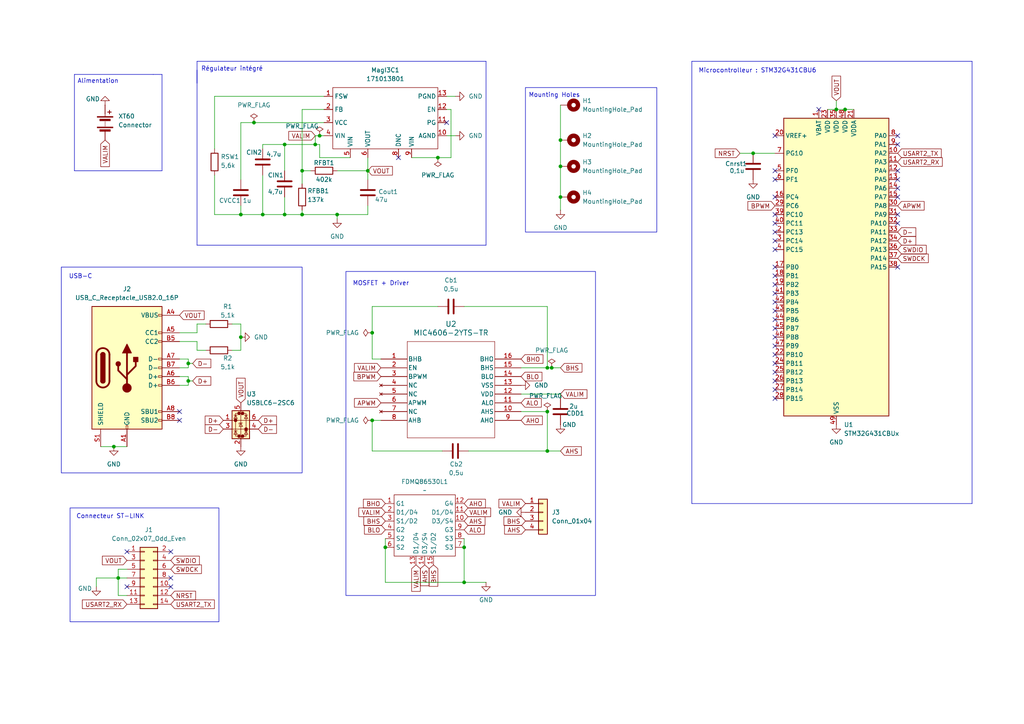
<source format=kicad_sch>
(kicad_sch (version 20231120) (generator "eeschema") (generator_version "8.0")
  (paper "A4")
  (title_block (title "Exo_Kicad") (date "2025-01-30") (rev "1.0") (company "ENSEA"))
  (lib_symbols
    (symbol "Connector:USB_C_Receptacle_USB2.0_16P" (pin_names (offset 1.016))
      (property "Reference" "J" (at 0 22.225 0))
      (property "Value" "USB_C_Receptacle_USB2.0_16P" (at 0 19.685 0))
      (symbol "USB_C_Receptacle_USB2.0_16P_0_0"
        (rectangle (start -0.254 -17.78) (end 0.254 -16.764))
        (rectangle (start 10.16 -14.986) (end 9.144 -15.494))
        (rectangle (start 10.16 -12.446) (end 9.144 -12.954))
        (rectangle (start 10.16 -4.826) (end 9.144 -5.334))
        (rectangle (start 10.16 -2.286) (end 9.144 -2.794))
        (rectangle (start 10.16 0.254) (end 9.144 -0.254))
        (rectangle (start 10.16 2.794) (end 9.144 2.286))
        (rectangle (start 10.16 7.874) (end 9.144 7.366))
        (rectangle (start 10.16 10.414) (end 9.144 9.906))
        (rectangle (start 10.16 15.494) (end 9.144 14.986))
      )
      (symbol "USB_C_Receptacle_USB2.0_16P_0_1"
        (rectangle (start -10.16 17.78) (end 10.16 -17.78) (stroke (width 0.254)) (fill (type background)))
        (arc (start -8.89 -3.81) (mid -6.985 -5.7067) (end -5.08 -3.81) (stroke (width 0.508)))
        (arc (start -7.62 -3.81) (mid -6.985 -4.4423) (end -6.35 -3.81) (stroke (width 0.254)))
        (arc (start -7.62 -3.81) (mid -6.985 -4.4423) (end -6.35 -3.81) (stroke (width 0.254)) (fill (type outline)))
        (rectangle (start -7.62 -3.81) (end -6.35 3.81) (stroke (width 0.254)) (fill (type outline)))
        (arc (start -6.35 3.81) (mid -6.985 4.4423) (end -7.62 3.81) (stroke (width 0.254)))
        (arc (start -6.35 3.81) (mid -6.985 4.4423) (end -7.62 3.81) (stroke (width 0.254)) (fill (type outline)))
        (arc (start -5.08 3.81) (mid -6.985 5.7067) (end -8.89 3.81) (stroke (width 0.508)))
        (circle (center -2.54 1.143) (radius 0.635) (stroke (width 0.254)) (fill (type outline)))
        (circle (center 0 -5.842) (radius 1.27) (fill (type outline)))
        (polyline (pts (xy -8.89 -3.81) (xy -8.89 3.81)) (stroke (width 0.508)))
        (polyline (pts (xy -5.08 3.81) (xy -5.08 -3.81)) (stroke (width 0.508)))
        (polyline (pts (xy 0 -5.842) (xy 0 4.318)) (stroke (width 0.508)))
        (polyline (pts (xy 0 -3.302) (xy -2.54 -0.762) (xy -2.54 0.508)) (stroke (width 0.508)))
        (polyline (pts (xy 0 -2.032) (xy 2.54 0.508) (xy 2.54 1.778)) (stroke (width 0.508)))
        (polyline (pts (xy -1.27 4.318) (xy 0 6.858) (xy 1.27 4.318) (xy -1.27 4.318)) (stroke (width 0.254)) (fill (type outline)))
        (rectangle (start 1.905 1.778) (end 3.175 3.048) (stroke (width 0.254)) (fill (type outline)))
      )
      (symbol "USB_C_Receptacle_USB2.0_16P_1_1"
        (pin passive line (at 0 -22.86 90) (length 5.08) (name "GND") (number "A1"))
        (pin passive line (at 0 -22.86 90) (length 5.08) hide (name "GND") (number "A12"))
        (pin passive line (at 15.24 15.24 180) (length 5.08) (name "VBUS") (number "A4"))
        (pin bidirectional line (at 15.24 10.16 180) (length 5.08) (name "CC1") (number "A5"))
        (pin bidirectional line (at 15.24 -2.54 180) (length 5.08) (name "D+") (number "A6"))
        (pin bidirectional line (at 15.24 2.54 180) (length 5.08) (name "D-") (number "A7"))
        (pin bidirectional line (at 15.24 -12.7 180) (length 5.08) (name "SBU1") (number "A8"))
        (pin passive line (at 15.24 15.24 180) (length 5.08) hide (name "VBUS") (number "A9"))
        (pin passive line (at 0 -22.86 90) (length 5.08) hide (name "GND") (number "B1"))
        (pin passive line (at 0 -22.86 90) (length 5.08) hide (name "GND") (number "B12"))
        (pin passive line (at 15.24 15.24 180) (length 5.08) hide (name "VBUS") (number "B4"))
        (pin bidirectional line (at 15.24 7.62 180) (length 5.08) (name "CC2") (number "B5"))
        (pin bidirectional line (at 15.24 -5.08 180) (length 5.08) (name "D+") (number "B6"))
        (pin bidirectional line (at 15.24 0 180) (length 5.08) (name "D-") (number "B7"))
        (pin bidirectional line (at 15.24 -15.24 180) (length 5.08) (name "SBU2") (number "B8"))
        (pin passive line (at 15.24 15.24 180) (length 5.08) hide (name "VBUS") (number "B9"))
        (pin passive line (at -7.62 -22.86 90) (length 5.08) (name "SHIELD") (number "S1"))
      )
    )
    (symbol "Connector_Generic:Conn_01x04" (pin_names (offset 1.016) hide)
      (property "Reference" "J" (at 0 5.08 0))
      (property "Value" "Conn_01x04" (at 0 -7.62 0))
      (symbol "Conn_01x04_1_1"
        (rectangle (start -1.27 -4.953) (end 0 -5.207) (stroke (width 0.1524)))
        (rectangle (start -1.27 -2.413) (end 0 -2.667) (stroke (width 0.1524)))
        (rectangle (start -1.27 0.127) (end 0 -0.127) (stroke (width 0.1524)))
        (rectangle (start -1.27 2.667) (end 0 2.413) (stroke (width 0.1524)))
        (rectangle (start -1.27 3.81) (end 1.27 -6.35) (stroke (width 0.254)) (fill (type background)))
        (pin passive line (at -5.08 2.54 0) (length 3.81) (name "Pin_1") (number "1"))
        (pin passive line (at -5.08 0 0) (length 3.81) (name "Pin_2") (number "2"))
        (pin passive line (at -5.08 -2.54 0) (length 3.81) (name "Pin_3") (number "3"))
        (pin passive line (at -5.08 -5.08 0) (length 3.81) (name "Pin_4") (number "4"))
      )
    )
    (symbol "Connector_Generic:Conn_02x07_Odd_Even" (pin_names (offset 1.016) hide)
      (property "Reference" "J" (at 1.27 10.16 0))
      (property "Value" "Conn_02x07_Odd_Even" (at 1.27 -10.16 0))
      (symbol "Conn_02x07_Odd_Even_1_1"
        (rectangle (start -1.27 -7.493) (end 0 -7.747) (stroke (width 0.1524)))
        (rectangle (start -1.27 -4.953) (end 0 -5.207) (stroke (width 0.1524)))
        (rectangle (start -1.27 -2.413) (end 0 -2.667) (stroke (width 0.1524)))
        (rectangle (start -1.27 0.127) (end 0 -0.127) (stroke (width 0.1524)))
        (rectangle (start -1.27 2.667) (end 0 2.413) (stroke (width 0.1524)))
        (rectangle (start -1.27 5.207) (end 0 4.953) (stroke (width 0.1524)))
        (rectangle (start -1.27 7.747) (end 0 7.493) (stroke (width 0.1524)))
        (rectangle (start -1.27 8.89) (end 3.81 -8.89) (stroke (width 0.254)) (fill (type background)))
        (rectangle (start 3.81 -7.493) (end 2.54 -7.747) (stroke (width 0.1524)))
        (rectangle (start 3.81 -4.953) (end 2.54 -5.207) (stroke (width 0.1524)))
        (rectangle (start 3.81 -2.413) (end 2.54 -2.667) (stroke (width 0.1524)))
        (rectangle (start 3.81 0.127) (end 2.54 -0.127) (stroke (width 0.1524)))
        (rectangle (start 3.81 2.667) (end 2.54 2.413) (stroke (width 0.1524)))
        (rectangle (start 3.81 5.207) (end 2.54 4.953) (stroke (width 0.1524)))
        (rectangle (start 3.81 7.747) (end 2.54 7.493) (stroke (width 0.1524)))
        (pin passive line (at -5.08 7.62 0) (length 3.81) (name "Pin_1") (number "1"))
        (pin passive line (at 7.62 -2.54 180) (length 3.81) (name "Pin_10") (number "10"))
        (pin passive line (at -5.08 -5.08 0) (length 3.81) (name "Pin_11") (number "11"))
        (pin passive line (at 7.62 -5.08 180) (length 3.81) (name "Pin_12") (number "12"))
        (pin passive line (at -5.08 -7.62 0) (length 3.81) (name "Pin_13") (number "13"))
        (pin passive line (at 7.62 -7.62 180) (length 3.81) (name "Pin_14") (number "14"))
        (pin passive line (at 7.62 7.62 180) (length 3.81) (name "Pin_2") (number "2"))
        (pin passive line (at -5.08 5.08 0) (length 3.81) (name "Pin_3") (number "3"))
        (pin passive line (at 7.62 5.08 180) (length 3.81) (name "Pin_4") (number "4"))
        (pin passive line (at -5.08 2.54 0) (length 3.81) (name "Pin_5") (number "5"))
        (pin passive line (at 7.62 2.54 180) (length 3.81) (name "Pin_6") (number "6"))
        (pin passive line (at -5.08 0 0) (length 3.81) (name "Pin_7") (number "7"))
        (pin passive line (at 7.62 0 180) (length 3.81) (name "Pin_8") (number "8"))
        (pin passive line (at -5.08 -2.54 0) (length 3.81) (name "Pin_9") (number "9"))
      )
    )
    (symbol "Device:Battery" (pin_numbers hide) (pin_names (offset 0) hide)
      (property "Reference" "BT" (at 2.54 2.54 0))
      (property "Value" "Battery" (at 2.54 0 0))
      (symbol "Battery_0_1"
        (rectangle (start -2.286 -1.27) (end 2.286 -1.524) (fill (type outline)))
        (rectangle (start -2.286 1.778) (end 2.286 1.524) (fill (type outline)))
        (rectangle (start -1.524 -2.032) (end 1.524 -2.54) (fill (type outline)))
        (rectangle (start -1.524 1.016) (end 1.524 0.508) (fill (type outline)))
        (polyline (pts (xy 0 -1.016) (xy 0 -0.762)))
        (polyline (pts (xy 0 -0.508) (xy 0 -0.254)))
        (polyline (pts (xy 0 0) (xy 0 0.254)))
        (polyline (pts (xy 0 1.778) (xy 0 2.54)))
        (polyline (pts (xy 0.762 3.048) (xy 1.778 3.048)) (stroke (width 0.254)))
        (polyline (pts (xy 1.27 3.556) (xy 1.27 2.54)) (stroke (width 0.254)))
      )
      (symbol "Battery_1_1"
        (pin passive line (at 0 5.08 270) (length 2.54) (name "+") (number "1"))
        (pin passive line (at 0 -5.08 90) (length 2.54) (name "-") (number "2"))
      )
    )
    (symbol "Device:C" (pin_numbers hide) (pin_names (offset 0.254))
      (property "Reference" "C" (at 0.635 2.54 0))
      (property "Value" "C" (at 0.635 -2.54 0))
      (symbol "C_0_1"
        (polyline (pts (xy -2.032 -0.762) (xy 2.032 -0.762)) (stroke (width 0.508)))
        (polyline (pts (xy -2.032 0.762) (xy 2.032 0.762)) (stroke (width 0.508)))
      )
      (symbol "C_1_1"
        (pin passive line (at 0 3.81 270) (length 2.794) (name "~") (number "1"))
        (pin passive line (at 0 -3.81 90) (length 2.794) (name "~") (number "2"))
      )
    )
    (symbol "Device:R" (pin_numbers hide) (pin_names (offset 0))
      (property "Reference" "R" (at 2.032 0 90))
      (property "Value" "R" (at 0 0 90))
      (symbol "R_0_1"
        (rectangle (start -1.016 -2.54) (end 1.016 2.54) (stroke (width 0.254)))
      )
      (symbol "R_1_1"
        (pin passive line (at 0 3.81 270) (length 1.27) (name "~") (number "1"))
        (pin passive line (at 0 -3.81 90) (length 1.27) (name "~") (number "2"))
      )
    )
    (symbol "FDMQ86530L:FDMQ86530L"
      (property "Reference" "U" (at 0 12.7 0))
      (symbol "FDMQ86530L_0_1"
        (rectangle (start -8.89 10.16) (end 8.89 -7.62))
      )
      (symbol "FDMQ86530L_1_1"
        (pin unspecified line (at -11.43 7.62 0) (length 2.54) (name "G1") (number "1"))
        (pin unspecified line (at 11.43 2.54 180) (length 2.54) (name "D3/S4") (number "10"))
        (pin unspecified line (at 11.43 5.08 180) (length 2.54) (name "D1/D4") (number "11"))
        (pin unspecified line (at 11.43 7.62 180) (length 2.54) (name "G4") (number "12"))
        (pin unspecified line (at -2.54 -10.16 90) (length 2.54) (name "D1/D4") (number "13"))
        (pin unspecified line (at 0 -10.16 90) (length 2.54) (name "D3/S4") (number "14"))
        (pin unspecified line (at 2.54 -10.16 90) (length 2.54) (name "S1/D2") (number "15"))
        (pin unspecified line (at -11.43 5.08 0) (length 2.54) (name "D1/D4") (number "2"))
        (pin unspecified line (at -11.43 2.54 0) (length 2.54) (name "S1/D2") (number "3"))
        (pin unspecified line (at -11.43 0 0) (length 2.54) (name "G2") (number "4"))
        (pin unspecified line (at -11.43 -2.54 0) (length 2.54) (name "S2") (number "5"))
        (pin unspecified line (at -11.43 -5.08 0) (length 2.54) (name "S2") (number "6"))
        (pin unspecified line (at 11.43 -5.08 180) (length 2.54) (name "S3") (number "7"))
        (pin unspecified line (at 11.43 -2.54 180) (length 2.54) (name "S3") (number "8"))
        (pin unspecified line (at 11.43 0 180) (length 2.54) (name "G3") (number "9"))
      )
    )
    (symbol "MCU_ST_STM32G4:STM32G431CBUx"
      (property "Reference" "U" (at -15.24 44.45 0))
      (property "Value" "STM32G431CBUx" (at 7.62 44.45 0))
      (symbol "STM32G431CBUx_0_1"
        (rectangle (start -15.24 -43.18) (end 15.24 43.18) (stroke (width 0.254)) (fill (type background)))
      )
      (symbol "STM32G431CBUx_1_1"
        (pin power_in line (at -5.08 45.72 270) (length 2.54) (name "VBAT") (number "1"))
        (pin bidirectional line (at 17.78 33.02 180) (length 2.54) (name "PA2") (number "10"))
        (pin bidirectional line (at 17.78 30.48 180) (length 2.54) (name "PA3") (number "11"))
        (pin bidirectional line (at 17.78 27.94 180) (length 2.54) (name "PA4") (number "12"))
        (pin bidirectional line (at 17.78 25.4 180) (length 2.54) (name "PA5") (number "13"))
        (pin bidirectional line (at 17.78 22.86 180) (length 2.54) (name "PA6") (number "14"))
        (pin bidirectional line (at 17.78 20.32 180) (length 2.54) (name "PA7") (number "15"))
        (pin bidirectional line (at -17.78 20.32 0) (length 2.54) (name "PC4") (number "16"))
        (pin bidirectional line (at -17.78 0 0) (length 2.54) (name "PB0") (number "17"))
        (pin bidirectional line (at -17.78 -2.54 0) (length 2.54) (name "PB1") (number "18"))
        (pin bidirectional line (at -17.78 -5.08 0) (length 2.54) (name "PB2") (number "19"))
        (pin bidirectional line (at -17.78 10.16 0) (length 2.54) (name "PC13") (number "2"))
        (pin input line (at -17.78 38.1 0) (length 2.54) (name "VREF+") (number "20"))
        (pin power_in line (at 5.08 45.72 270) (length 2.54) (name "VDDA") (number "21"))
        (pin bidirectional line (at -17.78 -25.4 0) (length 2.54) (name "PB10") (number "22"))
        (pin power_in line (at -2.54 45.72 270) (length 2.54) (name "VDD") (number "23"))
        (pin bidirectional line (at -17.78 -27.94 0) (length 2.54) (name "PB11") (number "24"))
        (pin bidirectional line (at -17.78 -30.48 0) (length 2.54) (name "PB12") (number "25"))
        (pin bidirectional line (at -17.78 -33.02 0) (length 2.54) (name "PB13") (number "26"))
        (pin bidirectional line (at -17.78 -35.56 0) (length 2.54) (name "PB14") (number "27"))
        (pin bidirectional line (at -17.78 -38.1 0) (length 2.54) (name "PB15") (number "28"))
        (pin bidirectional line (at -17.78 17.78 0) (length 2.54) (name "PC6") (number "29"))
        (pin bidirectional line (at -17.78 7.62 0) (length 2.54) (name "PC14") (number "3"))
        (pin bidirectional line (at 17.78 17.78 180) (length 2.54) (name "PA8") (number "30"))
        (pin bidirectional line (at 17.78 15.24 180) (length 2.54) (name "PA9") (number "31"))
        (pin bidirectional line (at 17.78 12.7 180) (length 2.54) (name "PA10") (number "32"))
        (pin bidirectional line (at 17.78 10.16 180) (length 2.54) (name "PA11") (number "33"))
        (pin bidirectional line (at 17.78 7.62 180) (length 2.54) (name "PA12") (number "34"))
        (pin power_in line (at 0 45.72 270) (length 2.54) (name "VDD") (number "35"))
        (pin bidirectional line (at 17.78 5.08 180) (length 2.54) (name "PA13") (number "36"))
        (pin bidirectional line (at 17.78 2.54 180) (length 2.54) (name "PA14") (number "37"))
        (pin bidirectional line (at 17.78 0 180) (length 2.54) (name "PA15") (number "38"))
        (pin bidirectional line (at -17.78 15.24 0) (length 2.54) (name "PC10") (number "39"))
        (pin bidirectional line (at -17.78 5.08 0) (length 2.54) (name "PC15") (number "4"))
        (pin bidirectional line (at -17.78 12.7 0) (length 2.54) (name "PC11") (number "40"))
        (pin bidirectional line (at -17.78 -7.62 0) (length 2.54) (name "PB3") (number "41"))
        (pin bidirectional line (at -17.78 -10.16 0) (length 2.54) (name "PB4") (number "42"))
        (pin bidirectional line (at -17.78 -12.7 0) (length 2.54) (name "PB5") (number "43"))
        (pin bidirectional line (at -17.78 -15.24 0) (length 2.54) (name "PB6") (number "44"))
        (pin bidirectional line (at -17.78 -17.78 0) (length 2.54) (name "PB7") (number "45"))
        (pin bidirectional line (at -17.78 -20.32 0) (length 2.54) (name "PB8") (number "46"))
        (pin bidirectional line (at -17.78 -22.86 0) (length 2.54) (name "PB9") (number "47"))
        (pin power_in line (at 2.54 45.72 270) (length 2.54) (name "VDD") (number "48"))
        (pin power_in line (at 0 -45.72 90) (length 2.54) (name "VSS") (number "49"))
        (pin bidirectional line (at -17.78 27.94 0) (length 2.54) (name "PF0") (number "5"))
        (pin bidirectional line (at -17.78 25.4 0) (length 2.54) (name "PF1") (number "6"))
        (pin bidirectional line (at -17.78 33.02 0) (length 2.54) (name "PG10") (number "7"))
        (pin bidirectional line (at 17.78 38.1 180) (length 2.54) (name "PA0") (number "8"))
        (pin bidirectional line (at 17.78 35.56 180) (length 2.54) (name "PA1") (number "9"))
      )
    )
    (symbol "MIC4606-2YTS-TR:MIC4606-2YTS-TR" (pin_names (offset 0.254))
      (property "Reference" "U" (at 20.32 10.16 0))
      (property "Value" "MIC4606-2YTS-TR" (at 20.32 7.62 0))
      (symbol "MIC4606-2YTS-TR_0_1"
        (polyline (pts (xy 7.62 -22.86) (xy 33.02 -22.86)) (stroke (width 0.127)))
        (polyline (pts (xy 7.62 5.08) (xy 7.62 -22.86)) (stroke (width 0.127)))
        (polyline (pts (xy 33.02 -22.86) (xy 33.02 5.08)) (stroke (width 0.127)))
        (polyline (pts (xy 33.02 5.08) (xy 7.62 5.08)) (stroke (width 0.127)))
        (pin power_in line (at 0 0 0) (length 7.62) (name "BHB") (number "1"))
        (pin power_in line (at 40.64 -15.24 180) (length 7.62) (name "AHS") (number "10"))
        (pin output line (at 40.64 -12.7 180) (length 7.62) (name "ALO") (number "11"))
        (pin power_in line (at 40.64 -10.16 180) (length 7.62) (name "VDD") (number "12"))
        (pin power_out line (at 40.64 -7.62 180) (length 7.62) (name "VSS") (number "13"))
        (pin output line (at 40.64 -5.08 180) (length 7.62) (name "BLO") (number "14"))
        (pin power_in line (at 40.64 -2.54 180) (length 7.62) (name "BHS") (number "15"))
        (pin output line (at 40.64 0 180) (length 7.62) (name "BHO") (number "16"))
        (pin input line (at 0 -2.54 0) (length 7.62) (name "EN") (number "2"))
        (pin input line (at 0 -5.08 0) (length 7.62) (name "BPWM") (number "3"))
        (pin no_connect line (at 0 -7.62 0) (length 7.62) (name "NC") (number "4"))
        (pin no_connect line (at 0 -10.16 0) (length 7.62) (name "NC") (number "5"))
        (pin input line (at 0 -12.7 0) (length 7.62) (name "APWM") (number "6"))
        (pin no_connect line (at 0 -15.24 0) (length 7.62) (name "NC") (number "7"))
        (pin power_in line (at 0 -17.78 0) (length 7.62) (name "AHB") (number "8"))
        (pin output line (at 40.64 -17.78 180) (length 7.62) (name "AHO") (number "9"))
      )
    )
    (symbol "MagI3C:171013801"
      (property "Reference" "MagI3C" (at -10.922 10.414 0))
      (property "Value" "171013801" (at 16.256 12.192 0))
      (symbol "171013801_0_1"
        (rectangle (start -15.24 8.89) (end 15.24 -8.89))
      )
      (symbol "171013801_1_1"
        (pin input line (at -17.78 6.35 0) (length 2.54) (name "FSW") (number "1"))
        (pin power_in line (at 17.78 -5.08 180) (length 2.54) (name "AGND") (number "10"))
        (pin output line (at 17.78 -1.27 180) (length 2.54) (name "PG") (number "11"))
        (pin input line (at 17.78 2.54 180) (length 2.54) (name "EN") (number "12"))
        (pin power_in line (at 17.78 6.35 180) (length 2.54) (name "PGND") (number "13"))
        (pin input line (at -17.78 2.54 0) (length 2.54) (name "FB") (number "2"))
        (pin power_in line (at -17.78 -1.27 0) (length 2.54) (name "VCC") (number "3"))
        (pin power_in line (at -17.78 -5.08 0) (length 2.54) (name "VIN") (number "4"))
        (pin power_in line (at -10.16 -11.43 90) (length 2.54) (name "VIN") (number "5"))
        (pin power_out line (at -5.08 -11.43 90) (length 2.54) (name "VOUT") (number "6"))
        (pin power_out line (at -5.08 -11.43 90) (length 2.54) hide (name "VOUT") (number "7"))
        (pin unspecified line (at 3.81 -11.43 90) (length 2.54) (name "DNC") (number "8"))
        (pin power_in line (at 7.62 -11.43 90) (length 2.54) (name "VIN") (number "9"))
      )
    )
    (symbol "Mechanical:MountingHole_Pad" (pin_numbers hide) (pin_names (offset 1.016) hide) (exclude_from_sim yes) (in_bom no)
      (property "Reference" "H" (at 0 6.35 0))
      (property "Value" "MountingHole_Pad" (at 0 4.445 0))
      (symbol "MountingHole_Pad_0_1"
        (circle (center 0 1.27) (radius 1.27) (stroke (width 1.27)))
      )
      (symbol "MountingHole_Pad_1_1"
        (pin input line (at 0 -2.54 90) (length 2.54) (name "1") (number "1"))
      )
    )
    (symbol "Power_Protection:USBLC6-2SC6" (pin_names hide)
      (property "Reference" "U" (at 0.635 5.715 0))
      (property "Value" "USBLC6-2SC6" (at 0.635 3.81 0))
      (symbol "USBLC6-2SC6_0_0"
        (circle (center -1.524 0) (radius 0.0001) (stroke (width 0.508)))
        (circle (center -0.508 -4.572) (radius 0.0001) (stroke (width 0.508)))
        (circle (center -0.508 2.032) (radius 0.0001) (stroke (width 0.508)))
        (circle (center 0.508 -4.572) (radius 0.0001) (stroke (width 0.508)))
        (circle (center 0.508 2.032) (radius 0.0001) (stroke (width 0.508)))
        (circle (center 1.524 -2.54) (radius 0.0001) (stroke (width 0.508)))
      )
      (symbol "USBLC6-2SC6_0_1"
        (polyline (pts (xy -2.54 -2.54) (xy 2.54 -2.54)))
        (polyline (pts (xy -2.54 0) (xy 2.54 0)))
        (polyline (pts (xy -2.032 -3.048) (xy -1.016 -3.048)))
        (polyline (pts (xy -1.016 1.524) (xy -2.032 1.524)))
        (polyline (pts (xy 1.016 -3.048) (xy 2.032 -3.048)))
        (polyline (pts (xy 1.016 1.524) (xy 2.032 1.524)))
        (polyline (pts (xy -0.508 -1.143) (xy -0.508 -0.762) (xy 0.508 -0.762)))
        (polyline (pts (xy -2.032 0.508) (xy -1.016 0.508) (xy -1.524 1.524) (xy -2.032 0.508)))
        (polyline (pts (xy -1.016 -4.064) (xy -2.032 -4.064) (xy -1.524 -3.048) (xy -1.016 -4.064)))
        (polyline (pts (xy 0.508 -1.778) (xy -0.508 -1.778) (xy 0 -0.762) (xy 0.508 -1.778)))
        (polyline (pts (xy 2.032 -4.064) (xy 1.016 -4.064) (xy 1.524 -3.048) (xy 2.032 -4.064)))
        (polyline (pts (xy 2.032 0.508) (xy 1.016 0.508) (xy 1.524 1.524) (xy 2.032 0.508)))
        (polyline (pts (xy 0 2.54) (xy -0.508 2.032) (xy 0.508 2.032) (xy 0 1.524) (xy 0 -4.064) (xy -0.508 -4.572) (xy 0.508 -4.572) (xy 0 -5.08)))
      )
      (symbol "USBLC6-2SC6_1_1"
        (rectangle (start -2.54 2.794) (end 2.54 -5.334) (stroke (width 0.254)) (fill (type background)))
        (polyline (pts (xy -0.508 2.032) (xy -1.524 2.032) (xy -1.524 -4.572) (xy -0.508 -4.572)))
        (polyline (pts (xy 0.508 -4.572) (xy 1.524 -4.572) (xy 1.524 2.032) (xy 0.508 2.032)))
        (pin passive line (at -5.08 0 0) (length 2.54) (name "I/O1") (number "1"))
        (pin passive line (at 0 -7.62 90) (length 2.54) (name "GND") (number "2"))
        (pin passive line (at -5.08 -2.54 0) (length 2.54) (name "I/O2") (number "3"))
        (pin passive line (at 5.08 -2.54 180) (length 2.54) (name "I/O2") (number "4"))
        (pin passive line (at 0 5.08 270) (length 2.54) (name "VBUS") (number "5"))
        (pin passive line (at 5.08 0 180) (length 2.54) (name "I/O1") (number "6"))
      )
    )
    (symbol "power:GND" (power) (pin_numbers hide) (pin_names (offset 0) hide)
      (property "Value" "GND" (at 0 -3.81 0))
      (symbol "GND_0_1"
        (polyline (pts (xy 0 0) (xy 0 -1.27) (xy 1.27 -1.27) (xy 0 -2.54) (xy -1.27 -1.27) (xy 0 -1.27)))
      )
      (symbol "GND_1_1"
        (pin power_in line (at 0 0 270) (length 0) (name "~") (number "1"))
      )
    )
    (symbol "power:PWR_FLAG" (power) (pin_numbers hide) (pin_names (offset 0) hide)
      (property "Value" "PWR_FLAG" (at 0 3.81 0))
      (symbol "PWR_FLAG_0_0"
        (pin power_out line (at 0 0 90) (length 0) (name "~") (number "1"))
      )
      (symbol "PWR_FLAG_0_1"
        (polyline (pts (xy 0 0) (xy 0 1.27) (xy -1.016 1.905) (xy 0 2.54) (xy 1.016 1.905) (xy 0 1.27)))
      )
    )
  )
  (junction (at 134.62 168.91))
  (junction (at 33.02 129.54))
  (junction (at 87.63 49.53))
  (junction (at 127 45.72))
  (junction (at 245.11 31.75))
  (junction (at 242.57 31.75))
  (junction (at 158.75 130.81))
  (junction (at 76.2 62.23))
  (junction (at 162.56 48.26))
  (junction (at 106.68 49.53))
  (junction (at 73.66 35.56))
  (junction (at 82.55 41.91))
  (junction (at 218.44 44.45))
  (junction (at 91.44 41.91))
  (junction (at 69.85 62.23))
  (junction (at 69.85 97.79))
  (junction (at 87.63 62.23))
  (junction (at 160.02 106.68))
  (junction (at 107.95 121.92))
  (junction (at 111.76 158.75))
  (junction (at 158.75 106.68))
  (junction (at 134.62 158.75))
  (junction (at 162.56 40.64))
  (junction (at 162.56 57.15))
  (junction (at 54.61 110.49))
  (junction (at 82.55 62.23))
  (junction (at 107.95 96.52))
  (junction (at 34.29 167.64))
  (junction (at 158.75 119.38))
  (junction (at 92.71 39.37))
  (junction (at 97.79 62.23))
  (junction (at 54.61 105.41))
  (no_connect (at 52.07 121.92))
  (no_connect (at 260.35 39.37))
  (no_connect (at 260.35 49.53))
  (no_connect (at 224.79 80.01))
  (no_connect (at 224.79 115.57))
  (no_connect (at 260.35 62.23))
  (no_connect (at 260.35 52.07))
  (no_connect (at 224.79 57.15))
  (no_connect (at 224.79 72.39))
  (no_connect (at 260.35 54.61))
  (no_connect (at 115.57 45.72))
  (no_connect (at 224.79 100.33))
  (no_connect (at 224.79 52.07))
  (no_connect (at 260.35 57.15))
  (no_connect (at 49.53 160.02))
  (no_connect (at 52.07 119.38))
  (no_connect (at 224.79 49.53))
  (no_connect (at 224.79 77.47))
  (no_connect (at 224.79 97.79))
  (no_connect (at 224.79 87.63))
  (no_connect (at 36.83 160.02))
  (no_connect (at 129.54 35.56))
  (no_connect (at 224.79 64.77))
  (no_connect (at 260.35 64.77))
  (no_connect (at 224.79 62.23))
  (no_connect (at 224.79 90.17))
  (no_connect (at 224.79 110.49))
  (no_connect (at 49.53 170.18))
  (no_connect (at 224.79 82.55))
  (no_connect (at 224.79 92.71))
  (no_connect (at 224.79 105.41))
  (no_connect (at 224.79 113.03))
  (no_connect (at 224.79 107.95))
  (no_connect (at 237.49 31.75))
  (no_connect (at 224.79 69.85))
  (no_connect (at 260.35 41.91))
  (no_connect (at 224.79 85.09))
  (no_connect (at 49.53 167.64))
  (no_connect (at 260.35 77.47))
  (no_connect (at 36.83 170.18))
  (no_connect (at 224.79 102.87))
  (no_connect (at 224.79 67.31))
  (no_connect (at 224.79 95.25))
  (no_connect (at 224.79 39.37))
  (wire (pts (xy 106.68 45.72) (xy 106.68 49.53)))
  (wire (pts (xy 76.2 62.23) (xy 82.55 62.23)))
  (wire (pts (xy 67.31 101.6) (xy 69.85 101.6)))
  (polyline (pts (xy 200.66 17.78) (xy 200.66 146.05)))
  (wire (pts (xy 91.44 41.91) (xy 91.44 39.37)))
  (wire (pts (xy 87.63 31.75) (xy 87.63 49.53)))
  (wire (pts (xy 57.15 93.98) (xy 59.69 93.98)))
  (wire (pts (xy 87.63 62.23) (xy 97.79 62.23)))
  (wire (pts (xy 130.81 31.75) (xy 130.81 45.72)))
  (polyline (pts (xy 46.99 21.59) (xy 46.99 49.53)))
  (wire (pts (xy 54.61 109.22) (xy 54.61 110.49)))
  (wire (pts (xy 76.2 50.8) (xy 76.2 62.23)))
  (wire (pts (xy 69.85 35.56) (xy 69.85 52.07)))
  (wire (pts (xy 76.2 41.91) (xy 76.2 43.18)))
  (wire (pts (xy 34.29 167.64) (xy 36.83 167.64)))
  (wire (pts (xy 52.07 111.76) (xy 54.61 111.76)))
  (wire (pts (xy 107.95 96.52) (xy 107.95 104.14)))
  (wire (pts (xy 111.76 158.75) (xy 111.76 168.91)))
  (wire (pts (xy 62.23 43.18) (xy 62.23 27.94)))
  (wire (pts (xy 82.55 57.15) (xy 82.55 62.23)))
  (wire (pts (xy 132.08 27.94) (xy 129.54 27.94)))
  (wire (pts (xy 111.76 168.91) (xy 134.62 168.91)))
  (wire (pts (xy 82.55 62.23) (xy 87.63 62.23)))
  (wire (pts (xy 33.02 129.54) (xy 36.83 129.54)))
  (polyline (pts (xy 57.15 17.78) (xy 140.97 17.78)))
  (wire (pts (xy 87.63 60.96) (xy 87.63 62.23)))
  (wire (pts (xy 162.56 48.26) (xy 162.56 57.15)))
  (wire (pts (xy 127 88.9) (xy 107.95 88.9)))
  (wire (pts (xy 52.07 109.22) (xy 54.61 109.22)))
  (wire (pts (xy 135.89 130.81) (xy 158.75 130.81)))
  (wire (pts (xy 134.62 88.9) (xy 158.75 88.9)))
  (polyline (pts (xy 281.94 17.78) (xy 281.94 146.05)))
  (wire (pts (xy 73.66 35.56) (xy 69.85 35.56)))
  (wire (pts (xy 93.98 39.37) (xy 92.71 39.37)))
  (wire (pts (xy 73.66 35.56) (xy 93.98 35.56)))
  (wire (pts (xy 151.13 119.38) (xy 158.75 119.38)))
  (polyline (pts (xy 21.59 21.59) (xy 21.59 49.53)))
  (wire (pts (xy 162.56 114.3) (xy 162.56 115.57)))
  (wire (pts (xy 54.61 104.14) (xy 54.61 105.41)))
  (wire (pts (xy 34.29 165.1) (xy 36.83 165.1)))
  (wire (pts (xy 107.95 88.9) (xy 107.95 96.52)))
  (wire (pts (xy 91.44 41.91) (xy 92.71 41.91)))
  (wire (pts (xy 107.95 104.14) (xy 110.49 104.14)))
  (polyline (pts (xy 44.45 21.59) (xy 46.99 21.59)))
  (wire (pts (xy 92.71 45.72) (xy 92.71 41.91)))
  (wire (pts (xy 162.56 30.48) (xy 162.56 40.64)))
  (wire (pts (xy 162.56 57.15) (xy 162.56 60.96)))
  (wire (pts (xy 82.55 41.91) (xy 82.55 49.53)))
  (polyline (pts (xy 281.94 146.05) (xy 200.66 146.05)))
  (wire (pts (xy 158.75 106.68) (xy 151.13 106.68)))
  (wire (pts (xy 242.57 31.75) (xy 245.11 31.75)))
  (wire (pts (xy 107.95 121.92) (xy 110.49 121.92)))
  (wire (pts (xy 54.61 105.41) (xy 54.61 106.68)))
  (wire (pts (xy 106.68 49.53) (xy 106.68 52.07)))
  (wire (pts (xy 29.21 129.54) (xy 33.02 129.54)))
  (polyline (pts (xy 210.82 17.78) (xy 281.94 17.78)))
  (wire (pts (xy 162.56 40.64) (xy 162.56 48.26)))
  (polyline (pts (xy 57.15 20.32) (xy 57.15 71.12)))
  (wire (pts (xy 106.68 49.53) (xy 97.79 49.53)))
  (wire (pts (xy 57.15 96.52) (xy 57.15 93.98)))
  (wire (pts (xy 158.75 88.9) (xy 158.75 106.68)))
  (wire (pts (xy 69.85 59.69) (xy 69.85 62.23)))
  (wire (pts (xy 76.2 41.91) (xy 82.55 41.91)))
  (polyline (pts (xy 57.15 24.13) (xy 57.15 17.78)))
  (wire (pts (xy 107.95 130.81) (xy 107.95 121.92)))
  (wire (pts (xy 162.56 106.68) (xy 160.02 106.68)))
  (wire (pts (xy 91.44 41.91) (xy 82.55 41.91)))
  (wire (pts (xy 245.11 31.75) (xy 247.65 31.75)))
  (wire (pts (xy 57.15 101.6) (xy 59.69 101.6)))
  (wire (pts (xy 158.75 130.81) (xy 158.75 119.38)))
  (wire (pts (xy 87.63 31.75) (xy 93.98 31.75)))
  (polyline (pts (xy 21.59 21.59) (xy 44.45 21.59)))
  (wire (pts (xy 34.29 167.64) (xy 34.29 165.1)))
  (wire (pts (xy 69.85 97.79) (xy 69.85 93.98)))
  (wire (pts (xy 54.61 105.41) (xy 55.88 105.41)))
  (wire (pts (xy 36.83 172.72) (xy 34.29 172.72)))
  (wire (pts (xy 140.97 168.91) (xy 134.62 168.91)))
  (wire (pts (xy 69.85 62.23) (xy 76.2 62.23)))
  (wire (pts (xy 214.63 44.45) (xy 218.44 44.45)))
  (wire (pts (xy 69.85 101.6) (xy 69.85 97.79)))
  (wire (pts (xy 52.07 106.68) (xy 54.61 106.68)))
  (polyline (pts (xy 200.66 17.78) (xy 210.82 17.78)))
  (wire (pts (xy 57.15 99.06) (xy 57.15 101.6)))
  (wire (pts (xy 62.23 50.8) (xy 62.23 62.23)))
  (wire (pts (xy 97.79 62.23) (xy 97.79 63.5)))
  (wire (pts (xy 27.94 167.64) (xy 27.94 170.18)))
  (wire (pts (xy 240.03 31.75) (xy 242.57 31.75)))
  (wire (pts (xy 128.27 130.81) (xy 107.95 130.81)))
  (polyline (pts (xy 21.59 49.53) (xy 46.99 49.53)))
  (wire (pts (xy 87.63 49.53) (xy 90.17 49.53)))
  (wire (pts (xy 101.6 45.72) (xy 92.71 45.72)))
  (wire (pts (xy 127 45.72) (xy 119.38 45.72)))
  (wire (pts (xy 158.75 130.81) (xy 162.56 130.81)))
  (wire (pts (xy 242.57 29.21) (xy 242.57 31.75)))
  (polyline (pts (xy 140.97 17.78) (xy 140.97 71.12)))
  (wire (pts (xy 67.31 93.98) (xy 69.85 93.98)))
  (wire (pts (xy 54.61 110.49) (xy 54.61 111.76)))
  (wire (pts (xy 160.02 106.68) (xy 158.75 106.68)))
  (wire (pts (xy 97.79 62.23) (xy 106.68 62.23)))
  (wire (pts (xy 129.54 31.75) (xy 130.81 31.75)))
  (wire (pts (xy 52.07 99.06) (xy 57.15 99.06)))
  (polyline (pts (xy 140.97 71.12) (xy 57.15 71.12)))
  (wire (pts (xy 52.07 96.52) (xy 57.15 96.52)))
  (wire (pts (xy 111.76 156.21) (xy 111.76 158.75)))
  (wire (pts (xy 87.63 49.53) (xy 87.63 53.34)))
  (wire (pts (xy 134.62 158.75) (xy 134.62 168.91)))
  (wire (pts (xy 62.23 27.94) (xy 93.98 27.94)))
  (wire (pts (xy 62.23 62.23) (xy 69.85 62.23)))
  (wire (pts (xy 34.29 167.64) (xy 27.94 167.64)))
  (wire (pts (xy 34.29 172.72) (xy 34.29 167.64)))
  (wire (pts (xy 134.62 156.21) (xy 134.62 158.75)))
  (wire (pts (xy 151.13 114.3) (xy 162.56 114.3)))
  (wire (pts (xy 54.61 110.49) (xy 55.88 110.49)))
  (wire (pts (xy 52.07 104.14) (xy 54.61 104.14)))
  (wire (pts (xy 130.81 45.72) (xy 127 45.72)))
  (wire (pts (xy 129.54 39.37) (xy 132.08 39.37)))
  (wire (pts (xy 92.71 39.37) (xy 91.44 39.37)))
  (wire (pts (xy 218.44 44.45) (xy 224.79 44.45)))
  (wire (pts (xy 106.68 59.69) (xy 106.68 62.23)))
  (rectangle (start 17.78 77.47) (end 87.63 137.16))
  (rectangle (start 152.4 25.4) (end 190.5 67.31))
  (rectangle (start 100.33 78.74) (end 172.72 172.72))
  (rectangle (start 20.32 147.32) (end 63.5 180.34))
  (text "Mounting Holes" (at 160.782 27.686 0) (effects (font (size 1.27 1.27))))
  (text "Régulateur intégré" (at 67.31 20.066 0) (effects (font (size 1.27 1.27))))
  (text "MOSFET + Driver" (at 110.49 82.296 0) (effects (font (size 1.27 1.27))))
  (text "USB-C" (at 23.368 80.264 0) (effects (font (size 1.27 1.27))))
  (text "Microcontrolleur : STM32G431CBU6" (at 219.71 20.574 0) (effects (font (size 1.27 1.27))))
  (text "Alimentation\n" (at 28.448 23.622 0) (effects (font (size 1.27 1.27))))
  (text "Connecteur ST-LINK" (at 32.004 149.86 0) (effects (font (size 1.27 1.27))))
  (global_label "D+" (shape input) (at 74.93 121.92 0) (property "Intersheetrefs" "${INTERSHEET_REFS}" (effects (hide yes))))
  (global_label "BHS" (shape input) (at 111.76 151.13 180) (property "Intersheetrefs" "${INTERSHEET_REFS}" (effects (hide yes))))
  (global_label "VALIM" (shape input) (at 91.44 39.37 180) (property "Intersheetrefs" "${INTERSHEET_REFS}" (effects (hide yes))))
  (global_label "VALIM" (shape input) (at 30.48 40.64 270) (property "Intersheetrefs" "${INTERSHEET_REFS}" (effects (hide yes))))
  (global_label "VOUT" (shape input) (at 106.68 49.53 0) (property "Intersheetrefs" "${INTERSHEET_REFS}" (effects (hide yes))))
  (global_label "VALIM" (shape input) (at 120.65 163.83 270) (property "Intersheetrefs" "${INTERSHEET_REFS}" (effects (hide yes))))
  (global_label "VOUT" (shape input) (at 242.57 29.21 90) (property "Intersheetrefs" "${INTERSHEET_REFS}" (effects (hide yes))))
  (global_label "D-" (shape input) (at 74.93 124.46 0) (property "Intersheetrefs" "${INTERSHEET_REFS}" (effects (hide yes))))
  (global_label "VOUT" (shape input) (at 52.07 91.44 0) (property "Intersheetrefs" "${INTERSHEET_REFS}" (effects (hide yes))))
  (global_label "VALIM" (shape input) (at 152.4 146.05 180) (property "Intersheetrefs" "${INTERSHEET_REFS}" (effects (hide yes))))
  (global_label "VALIM" (shape input) (at 111.76 148.59 180) (property "Intersheetrefs" "${INTERSHEET_REFS}" (effects (hide yes))))
  (global_label "USART2_TX" (shape input) (at 260.35 44.45 0) (property "Intersheetrefs" "${INTERSHEET_REFS}" (effects (hide yes))))
  (global_label "VALIM" (shape input) (at 110.49 106.68 180) (property "Intersheetrefs" "${INTERSHEET_REFS}" (effects (hide yes))))
  (global_label "AHS" (shape input) (at 152.4 153.67 180) (property "Intersheetrefs" "${INTERSHEET_REFS}" (effects (hide yes))))
  (global_label "SWDCK" (shape input) (at 49.53 165.1 0) (property "Intersheetrefs" "${INTERSHEET_REFS}" (effects (hide yes))))
  (global_label "VALIM" (shape input) (at 134.62 148.59 0) (property "Intersheetrefs" "${INTERSHEET_REFS}" (effects (hide yes))))
  (global_label "BLO" (shape input) (at 111.76 153.67 180) (property "Intersheetrefs" "${INTERSHEET_REFS}" (effects (hide yes))))
  (global_label "ALO" (shape input) (at 151.13 116.84 0) (property "Intersheetrefs" "${INTERSHEET_REFS}" (effects (hide yes))))
  (global_label "BHO" (shape input) (at 151.13 104.14 0) (property "Intersheetrefs" "${INTERSHEET_REFS}" (effects (hide yes))))
  (global_label "APWM" (shape input) (at 260.35 59.69 0) (property "Intersheetrefs" "${INTERSHEET_REFS}" (effects (hide yes))))
  (global_label "BLO" (shape input) (at 151.13 109.22 0) (property "Intersheetrefs" "${INTERSHEET_REFS}" (effects (hide yes))))
  (global_label "AHS" (shape input) (at 134.62 151.13 0) (property "Intersheetrefs" "${INTERSHEET_REFS}" (effects (hide yes))))
  (global_label "SWDIO" (shape input) (at 49.53 162.56 0) (property "Intersheetrefs" "${INTERSHEET_REFS}" (effects (hide yes))))
  (global_label "AHS" (shape input) (at 123.19 163.83 270) (property "Intersheetrefs" "${INTERSHEET_REFS}" (effects (hide yes))))
  (global_label "USART2_TX" (shape input) (at 49.53 175.26 0) (property "Intersheetrefs" "${INTERSHEET_REFS}" (effects (hide yes))))
  (global_label "D-" (shape input) (at 64.77 124.46 180) (property "Intersheetrefs" "${INTERSHEET_REFS}" (effects (hide yes))))
  (global_label "VOUT" (shape input) (at 69.85 116.84 90) (property "Intersheetrefs" "${INTERSHEET_REFS}" (effects (hide yes))))
  (global_label "BHS" (shape input) (at 152.4 151.13 180) (property "Intersheetrefs" "${INTERSHEET_REFS}" (effects (hide yes))))
  (global_label "VOUT" (shape input) (at 36.83 162.56 180) (property "Intersheetrefs" "${INTERSHEET_REFS}" (effects (hide yes))))
  (global_label "D+" (shape input) (at 260.35 69.85 0) (property "Intersheetrefs" "${INTERSHEET_REFS}" (effects (hide yes))))
  (global_label "BPWM" (shape input) (at 110.49 109.22 180) (property "Intersheetrefs" "${INTERSHEET_REFS}" (effects (hide yes))))
  (global_label "D+" (shape input) (at 64.77 121.92 180) (property "Intersheetrefs" "${INTERSHEET_REFS}" (effects (hide yes))))
  (global_label "USART2_RX" (shape input) (at 36.83 175.26 180) (property "Intersheetrefs" "${INTERSHEET_REFS}" (effects (hide yes))))
  (global_label "NRST" (shape input) (at 214.63 44.45 180) (property "Intersheetrefs" "${INTERSHEET_REFS}" (effects (hide yes))))
  (global_label "BHS" (shape input) (at 162.56 106.68 0) (property "Intersheetrefs" "${INTERSHEET_REFS}" (effects (hide yes))))
  (global_label "USART2_RX" (shape input) (at 260.35 46.99 0) (property "Intersheetrefs" "${INTERSHEET_REFS}" (effects (hide yes))))
  (global_label "SWDCK" (shape input) (at 260.35 74.93 0) (property "Intersheetrefs" "${INTERSHEET_REFS}" (effects (hide yes))))
  (global_label "AHO" (shape input) (at 134.62 146.05 0) (property "Intersheetrefs" "${INTERSHEET_REFS}" (effects (hide yes))))
  (global_label "APWM" (shape input) (at 110.49 116.84 180) (property "Intersheetrefs" "${INTERSHEET_REFS}" (effects (hide yes))))
  (global_label "AHS" (shape input) (at 162.56 130.81 0) (property "Intersheetrefs" "${INTERSHEET_REFS}" (effects (hide yes))))
  (global_label "NRST" (shape input) (at 49.53 172.72 0) (property "Intersheetrefs" "${INTERSHEET_REFS}" (effects (hide yes))))
  (global_label "VALIM" (shape input) (at 162.56 114.3 0) (property "Intersheetrefs" "${INTERSHEET_REFS}" (effects (hide yes))))
  (global_label "D-" (shape input) (at 260.35 67.31 0) (property "Intersheetrefs" "${INTERSHEET_REFS}" (effects (hide yes))))
  (global_label "AHO" (shape input) (at 151.13 121.92 0) (property "Intersheetrefs" "${INTERSHEET_REFS}" (effects (hide yes))))
  (global_label "BHS" (shape input) (at 125.73 163.83 270) (property "Intersheetrefs" "${INTERSHEET_REFS}" (effects (hide yes))))
  (global_label "ALO" (shape input) (at 134.62 153.67 0) (property "Intersheetrefs" "${INTERSHEET_REFS}" (effects (hide yes))))
  (global_label "D+" (shape input) (at 55.88 110.49 0) (property "Intersheetrefs" "${INTERSHEET_REFS}" (effects (hide yes))))
  (global_label "D-" (shape input) (at 55.88 105.41 0) (property "Intersheetrefs" "${INTERSHEET_REFS}" (effects (hide yes))))
  (global_label "BHO" (shape input) (at 111.76 146.05 180) (property "Intersheetrefs" "${INTERSHEET_REFS}" (effects (hide yes))))
  (global_label "BPWM" (shape input) (at 224.79 59.69 180) (property "Intersheetrefs" "${INTERSHEET_REFS}" (effects (hide yes))))
  (global_label "SWDIO" (shape input) (at 260.35 72.39 0) (property "Intersheetrefs" "${INTERSHEET_REFS}" (effects (hide yes))))
  (symbol (lib_id "power:GND") (at 27.94 170.18 0) (unit 1)
    (property "Reference" "#PWR06" (effects (hide yes)))
    (property "Value" "GND" (at 24.638 170.688 0))
    (property "Description" "Power symbol creates a global label with name \"GND\" , ground" (effects (hide yes)))
  )
  (symbol (lib_id "power:PWR_FLAG") (at 92.71 39.37 0) (unit 1)
    (property "Reference" "#FLG02" (effects (hide yes)))
    (property "Value" "PWR_FLAG" (at 87.63 36.576 0))
    (property "Description" "Special symbol for telling ERC where power comes from" (effects (hide yes)))
  )
  (symbol (lib_id "Connector_Generic:Conn_01x04") (at 157.48 148.59 0) (unit 1)
    (property "Reference" "J3" (at 160.02 148.5899 0) (effects (justify left)))
    (property "Value" "Conn_01x04" (at 160.02 151.1299 0) (effects (justify left)))
    (property "Footprint" "Connector_JST:JST_EH_B4B-EH-A_1x04_P2.50mm_Vertical" (effects (hide yes)))
    (property "Description" "Generic connector, single row, 01x04, script generated (kicad-library-utils/schlib/autogen/connector/)" (effects (hide yes)))
  )
  (symbol (lib_id "Device:C") (at 162.56 119.38 180) (unit 1)
    (property "Reference" "CDD1" (at 166.878 119.888 0))
    (property "Value" "2u" (at 166.37 117.856 0))
    (property "Footprint" "Capacitor_SMD:C_0402_1005Metric" (effects (hide yes)))
    (property "Description" "Unpolarized capacitor" (effects (hide yes)))
  )
  (symbol (lib_id "Device:C") (at 69.85 55.88 0) (unit 1)
    (property "Reference" "CVCC1" (at 63.5 58.166 0) (effects (justify left)))
    (property "Value" "1u" (at 70.358 58.166 0) (effects (justify left)))
    (property "Footprint" "Capacitor_SMD:C_0402_1005Metric" (effects (hide yes)))
    (property "Description" "Unpolarized capacitor" (effects (hide yes)))
  )
  (symbol (lib_id "power:GND") (at 69.85 97.79 90) (unit 1)
    (property "Reference" "#PWR03" (effects (hide yes)))
    (property "Value" "GND" (at 73.66 97.7899 90) (effects (justify right)))
    (property "Description" "Power symbol creates a global label with name \"GND\" , ground" (effects (hide yes)))
  )
  (symbol (lib_id "power:GND") (at 33.02 129.54 0) (unit 1)
    (property "Reference" "#PWR04" (effects (hide yes)))
    (property "Value" "GND" (at 33.02 134.62 0))
    (property "Description" "Power symbol creates a global label with name \"GND\" , ground" (effects (hide yes)))
  )
  (symbol (lib_id "Device:R") (at 63.5 93.98 90) (unit 1)
    (property "Reference" "R1" (at 66.04 88.9 90))
    (property "Value" "5,1k" (at 66.04 91.44 90))
    (property "Footprint" "Resistor_SMD:R_0402_1005Metric" (effects (hide yes)))
    (property "Description" "Resistor" (effects (hide yes)))
  )
  (symbol (lib_id "power:GND") (at 242.57 123.19 0) (unit 1)
    (property "Reference" "#PWR012" (effects (hide yes)))
    (property "Value" "GND" (at 242.57 128.27 0))
    (property "Description" "Power symbol creates a global label with name \"GND\" , ground" (effects (hide yes)))
  )
  (symbol (lib_id "Device:R") (at 87.63 57.15 0) (unit 1)
    (property "Reference" "RFBB1" (at 89.154 55.372 0) (effects (justify left)))
    (property "Value" "137k" (at 89.154 57.912 0) (effects (justify left)))
    (property "Footprint" "Resistor_SMD:R_0402_1005Metric" (effects (hide yes)))
    (property "Description" "Resistor" (effects (hide yes)))
  )
  (symbol (lib_id "power:PWR_FLAG") (at 73.66 35.56 0) (unit 1)
    (property "Reference" "#FLG01" (effects (hide yes)))
    (property "Value" "PWR_FLAG" (at 73.66 30.48 0))
    (property "Description" "Special symbol for telling ERC where power comes from" (effects (hide yes)))
  )
  (symbol (lib_id "power:PWR_FLAG") (at 107.95 121.92 90) (unit 1)
    (property "Reference" "#FLG05" (effects (hide yes)))
    (property "Value" "PWR_FLAG" (at 104.14 121.9199 90) (effects (justify left)))
    (property "Description" "Special symbol for telling ERC where power comes from" (effects (hide yes)))
  )
  (symbol (lib_id "power:GND") (at 132.08 27.94 90) (unit 1)
    (property "Reference" "#PWR01" (effects (hide yes)))
    (property "Value" "GND" (at 135.89 27.9399 90) (effects (justify right)))
    (property "Description" "Power symbol creates a global label with name \"GND\" , ground" (effects (hide yes)))
  )
  (symbol (lib_id "power:GND") (at 140.97 168.91 0) (unit 1)
    (property "Reference" "#PWR07" (effects (hide yes)))
    (property "Value" "GND" (at 140.97 173.99 0))
    (property "Description" "Power symbol creates a global label with name \"GND\" , ground" (effects (hide yes)))
  )
  (symbol (lib_id "power:GND") (at 162.56 123.19 0) (unit 1)
    (property "Reference" "#PWR08" (effects (hide yes)))
    (property "Value" "GND" (at 165.1 123.19 0))
    (property "Description" "Power symbol creates a global label with name \"GND\" , ground" (effects (hide yes)))
  )
  (symbol (lib_id "power:GND") (at 132.08 39.37 90) (unit 1)
    (property "Reference" "#PWR011" (effects (hide yes)))
    (property "Value" "GND" (at 135.89 39.3699 90) (effects (justify right)))
    (property "Description" "Power symbol creates a global label with name \"GND\" , ground" (effects (hide yes)))
  )
  (symbol (lib_id "power:PWR_FLAG") (at 107.95 96.52 90) (unit 1)
    (property "Reference" "#FLG06" (effects (hide yes)))
    (property "Value" "PWR_FLAG" (at 104.14 96.5199 90) (effects (justify left)))
    (property "Description" "Special symbol for telling ERC where power comes from" (effects (hide yes)))
  )
  (symbol (lib_id "Device:C") (at 130.81 88.9 90) (unit 1)
    (property "Reference" "Cb1" (at 130.81 81.28 90))
    (property "Value" "0,5u" (at 130.81 83.82 90))
    (property "Footprint" "Capacitor_SMD:C_0402_1005Metric" (effects (hide yes)))
    (property "Description" "Unpolarized capacitor" (effects (hide yes)))
  )
  (symbol (lib_id "Mechanical:MountingHole_Pad") (at 165.1 48.26 270) (unit 1) (exclude_from_sim yes) (in_bom no)
    (property "Reference" "H3" (at 168.91 46.9899 90) (effects (justify left)))
    (property "Value" "MountingHole_Pad" (at 168.91 49.5299 90) (effects (justify left)))
    (property "Footprint" "MountingHole:MountingHole_3.2mm_M3_DIN965_Pad" (effects (hide yes)))
    (property "Description" "Mounting Hole with connection" (effects (hide yes)))
  )
  (symbol (lib_id "Power_Protection:USBLC6-2SC6") (at 69.85 121.92 0) (unit 1)
    (property "Reference" "U3" (at 71.5011 114.3 0) (effects (justify left)))
    (property "Value" "USBLC6-2SC6" (at 71.5011 116.84 0) (effects (justify left)))
    (property "Footprint" "Package_TO_SOT_SMD:SOT-23-6" (effects (hide yes)))
    (property "Datasheet" "https://www.st.com/resource/en/datasheet/usblc6-2.pdf" (effects (hide yes)))
    (property "Description" "Very low capacitance ESD protection diode, 2 data-line, SOT-23-6" (effects (hide yes)))
  )
  (symbol (lib_id "power:PWR_FLAG") (at 158.75 119.38 0) (unit 1)
    (property "Reference" "#FLG04" (effects (hide yes)))
    (property "Value" "PWR_FLAG" (at 158.242 114.808 0))
    (property "Description" "Special symbol for telling ERC where power comes from" (effects (hide yes)))
  )
  (symbol (lib_id "Device:R") (at 63.5 101.6 90) (unit 1)
    (property "Reference" "R2" (at 66.04 103.886 90))
    (property "Value" "5,1k" (at 66.04 106.426 90))
    (property "Footprint" "Resistor_SMD:R_0402_1005Metric" (effects (hide yes)))
    (property "Description" "Resistor" (effects (hide yes)))
  )
  (symbol (lib_id "Device:C") (at 76.2 46.99 0) (unit 1)
    (property "Reference" "CIN2" (at 71.374 44.196 0) (effects (justify left)))
    (property "Value" "4,7u" (at 77.216 44.704 0) (effects (justify left)))
    (property "Footprint" "Capacitor_SMD:C_0402_1005Metric" (effects (hide yes)))
    (property "Description" "Unpolarized capacitor" (effects (hide yes)))
  )
  (symbol (lib_id "power:GND") (at 69.85 129.54 0) (unit 1)
    (property "Reference" "#PWR05" (effects (hide yes)))
    (property "Value" "GND" (at 69.85 134.62 0))
    (property "Description" "Power symbol creates a global label with name \"GND\" , ground" (effects (hide yes)))
  )
  (symbol (lib_id "Mechanical:MountingHole_Pad") (at 165.1 40.64 270) (unit 1) (exclude_from_sim yes) (in_bom no)
    (property "Reference" "H2" (at 168.91 39.3699 90) (effects (justify left)))
    (property "Value" "MountingHole_Pad" (at 168.91 41.9099 90) (effects (justify left)))
    (property "Footprint" "MountingHole:MountingHole_3.2mm_M3_DIN965_Pad" (effects (hide yes)))
    (property "Description" "Mounting Hole with connection" (effects (hide yes)))
  )
  (symbol (lib_id "FDMQ86530L:FDMQ86530L") (at 123.19 153.67 0) (unit 1)
    (property "Reference" "FDMQ86530L1" (at 123.19 139.7 0))
    (property "Value" "~" (at 123.19 142.24 0))
    (property "Footprint" "FDMQ86530L:MOSFET_FDMQ86530L" (effects (hide yes)))
    (property "Description" "MOSFET" (effects (hide yes)))
  )
  (symbol (lib_id "Device:C") (at 82.55 53.34 0) (mirror y) (unit 1)
    (property "Reference" "CIN1" (at 82.296 50.8 0) (effects (justify left)))
    (property "Value" "4,7u" (at 82.042 55.626 0) (effects (justify left)))
    (property "Footprint" "Capacitor_SMD:C_0402_1005Metric" (effects (hide yes)))
    (property "Description" "Unpolarized capacitor" (effects (hide yes)))
  )
  (symbol (lib_id "power:GND") (at 152.4 148.59 270) (unit 1)
    (property "Reference" "#PWR015" (effects (hide yes)))
    (property "Value" "GND" (at 148.59 148.5899 90) (effects (justify right)))
    (property "Description" "Power symbol creates a global label with name \"GND\" , ground" (effects (hide yes)))
  )
  (symbol (lib_id "power:PWR_FLAG") (at 160.02 106.68 0) (unit 1)
    (property "Reference" "#FLG03" (effects (hide yes)))
    (property "Value" "PWR_FLAG" (at 160.02 101.6 0))
    (property "Description" "Special symbol for telling ERC where power comes from" (effects (hide yes)))
  )
  (symbol (lib_id "power:GND") (at 218.44 52.07 0) (unit 1)
    (property "Reference" "#PWR013" (effects (hide yes)))
    (property "Value" "GND" (at 218.44 57.15 0))
    (property "Description" "Power symbol creates a global label with name \"GND\" , ground" (effects (hide yes)))
  )
  (symbol (lib_id "Connector:USB_C_Receptacle_USB2.0_16P") (at 36.83 106.68 0) (unit 1)
    (property "Reference" "J2" (at 36.83 83.82 0))
    (property "Value" "USB_C_Receptacle_USB2.0_16P" (at 36.83 86.36 0))
    (property "Footprint" "Connector_USB:USB_C_Receptacle_GCT_USB4105-xx-A_16P_TopMnt_Horizontal" (effects (hide yes)))
    (property "Datasheet" "https://www.usb.org/sites/default/files/documents/usb_type-c.zip" (effects (hide yes)))
    (property "Description" "USB 2.0-only 16P Type-C Receptacle connector" (effects (hide yes)))
  )
  (symbol (lib_id "MCU_ST_STM32G4:STM32G431CBUx") (at 242.57 77.47 0) (unit 1)
    (property "Reference" "U1" (at 244.7641 123.19 0) (effects (justify left)))
    (property "Value" "STM32G431CBUx" (at 244.7641 125.73 0) (effects (justify left)))
    (property "Footprint" "Package_DFN_QFN:QFN-48-1EP_7x7mm_P0.5mm_EP5.6x5.6mm" (effects (hide yes)))
    (property "Datasheet" "https://www.st.com/resource/en/datasheet/stm32g431cb.pdf" (effects (hide yes)))
    (property "Description" "STMicroelectronics Arm Cortex-M4 MCU, 128KB flash, 32KB RAM, 170 MHz, 1.71-3.6V, 42 GPIO, UFQFPN48" (effects (hide yes)))
  )
  (symbol (lib_id "power:GND") (at 151.13 111.76 90) (unit 1)
    (property "Reference" "#PWR09" (effects (hide yes)))
    (property "Value" "GND" (at 154.94 111.7599 90) (effects (justify right)))
    (property "Description" "Power symbol creates a global label with name \"GND\" , ground" (effects (hide yes)))
  )
  (symbol (lib_id "Connector_Generic:Conn_02x07_Odd_Even") (at 41.91 167.64 0) (unit 1)
    (property "Reference" "J1" (at 43.18 153.67 0))
    (property "Value" "Conn_02x07_Odd_Even" (at 43.18 156.21 0))
    (property "Footprint" "Connector_JST:JST_PHD_B14B-PHDSS_2x07_P2.00mm_Vertical" (effects (hide yes)))
    (property "Description" "Generic connector, double row, 02x07, odd/even pin numbering scheme (row 1 odd numbers, row 2 even numbers), script generated (kicad-library-utils/schlib/autogen/connector/)" (effects (hide yes)))
  )
  (symbol (lib_id "MagI3C:171013801") (at 111.76 34.29 0) (unit 1)
    (property "Reference" "MagI3C1" (at 111.76 20.32 0))
    (property "Value" "171013801" (at 111.76 22.86 0))
    (property "Footprint" "MagI3C:171013801" (effects (hide yes)))
    (property "Datasheet" "https://www.we-online.com/components/products/datasheet/171013801.pdf" (effects (hide yes)))
    (property "Description" "MagI3C Power Module" (effects (hide yes)))
  )
  (symbol (lib_id "Device:C") (at 106.68 55.88 0) (unit 1)
    (property "Reference" "Cout1" (at 109.728 55.626 0) (effects (justify left)))
    (property "Value" "47u" (at 108.712 57.912 0) (effects (justify left)))
    (property "Footprint" "Capacitor_SMD:C_0402_1005Metric" (effects (hide yes)))
    (property "Description" "Unpolarized capacitor" (effects (hide yes)))
  )
  (symbol (lib_id "power:GND") (at 97.79 63.5 0) (unit 1)
    (property "Reference" "#PWR02" (effects (hide yes)))
    (property "Value" "GND" (at 97.79 68.58 0))
    (property "Description" "Power symbol creates a global label with name \"GND\" , ground" (effects (hide yes)))
  )
  (symbol (lib_id "MIC4606-2YTS-TR:MIC4606-2YTS-TR") (at 110.49 104.14 0) (unit 1)
    (property "Reference" "U2" (at 130.81 93.98 0) (effects (font (size 1.524 1.524))))
    (property "Value" "MIC4606-2YTS-TR" (at 130.81 96.52 0) (effects (font (size 1.524 1.524))))
    (property "Footprint" "MIC4606-2YTS-TR:TSSOP16_TS_MCH_MIS" (effects (hide yes)))
    (property "Datasheet" "MIC4606-2YTS-TR" (effects (hide yes)))
  )
  (symbol (lib_id "power:GND") (at 30.48 30.48 180) (unit 1)
    (property "Reference" "#PWR010" (effects (hide yes)))
    (property "Value" "GND" (at 26.924 28.702 0))
    (property "Description" "Power symbol creates a global label with name \"GND\" , ground" (effects (hide yes)))
  )
  (symbol (lib_id "Mechanical:MountingHole_Pad") (at 165.1 30.48 270) (unit 1) (exclude_from_sim yes) (in_bom no)
    (property "Reference" "H1" (at 168.91 29.2099 90) (effects (justify left)))
    (property "Value" "MountingHole_Pad" (at 168.91 31.7499 90) (effects (justify left)))
    (property "Footprint" "MountingHole:MountingHole_3.2mm_M3_DIN965_Pad" (effects (hide yes)))
    (property "Description" "Mounting Hole with connection" (effects (hide yes)))
  )
  (symbol (lib_id "Device:C") (at 218.44 48.26 0) (unit 1)
    (property "Reference" "Cnrst1" (at 210.312 47.498 0) (effects (justify left)))
    (property "Value" "0,1u" (at 211.582 49.53 0) (effects (justify left)))
    (property "Footprint" "Capacitor_SMD:C_0402_1005Metric" (effects (hide yes)))
    (property "Description" "Unpolarized capacitor" (effects (hide yes)))
  )
  (symbol (lib_id "Device:R") (at 62.23 46.99 0) (unit 1)
    (property "Reference" "RSW1" (at 64.008 45.466 0) (effects (justify left)))
    (property "Value" "5,6k" (at 64.008 48.006 0) (effects (justify left)))
    (property "Footprint" "Resistor_SMD:R_0402_1005Metric" (effects (hide yes)))
    (property "Description" "Resistor" (effects (hide yes)))
  )
  (symbol (lib_id "Device:R") (at 93.98 49.53 90) (unit 1)
    (property "Reference" "RFBT1" (at 93.98 47.244 90))
    (property "Value" "402k" (at 93.98 52.07 90))
    (property "Footprint" "Resistor_SMD:R_0402_1005Metric" (effects (hide yes)))
    (property "Description" "Resistor" (effects (hide yes)))
  )
  (symbol (lib_id "Device:C") (at 132.08 130.81 90) (unit 1)
    (property "Reference" "Cb2" (at 132.334 134.62 90))
    (property "Value" "0,5u" (at 132.334 137.16 90))
    (property "Footprint" "Capacitor_SMD:C_0402_1005Metric" (effects (hide yes)))
    (property "Description" "Unpolarized capacitor" (effects (hide yes)))
  )
  (symbol (lib_id "power:GND") (at 162.56 60.96 0) (unit 1)
    (property "Reference" "#PWR014" (effects (hide yes)))
    (property "Value" "GND" (at 162.56 66.04 0))
    (property "Description" "Power symbol creates a global label with name \"GND\" , ground" (effects (hide yes)))
  )
  (symbol (lib_id "Mechanical:MountingHole_Pad") (at 165.1 57.15 270) (unit 1) (exclude_from_sim yes) (in_bom no)
    (property "Reference" "H4" (at 168.91 55.8799 90) (effects (justify left)))
    (property "Value" "MountingHole_Pad" (at 168.91 58.4199 90) (effects (justify left)))
    (property "Footprint" "MountingHole:MountingHole_3.2mm_M3_DIN965_Pad" (effects (hide yes)))
    (property "Description" "Mounting Hole with connection" (effects (hide yes)))
  )
  (symbol (lib_id "power:PWR_FLAG") (at 127 45.72 180) (unit 1)
    (property "Reference" "#FLG07" (effects (hide yes)))
    (property "Value" "PWR_FLAG" (at 127 50.8 0))
    (property "Description" "Special symbol for telling ERC where power comes from" (effects (hide yes)))
  )
  (symbol (lib_id "Device:Battery") (at 30.48 35.56 0) (unit 1)
    (property "Reference" "XT60" (at 34.29 33.7184 0) (effects (justify left)))
    (property "Value" "Connector" (at 34.29 36.2584 0) (effects (justify left)))
    (property "Footprint" "Connector_AMASS:AMASS_XT60-F_1x02_P7.20mm_Vertical" (effects (hide yes)))
    (property "Description" "Multiple-cell battery" (effects (hide yes)))
  )
)
</source>
